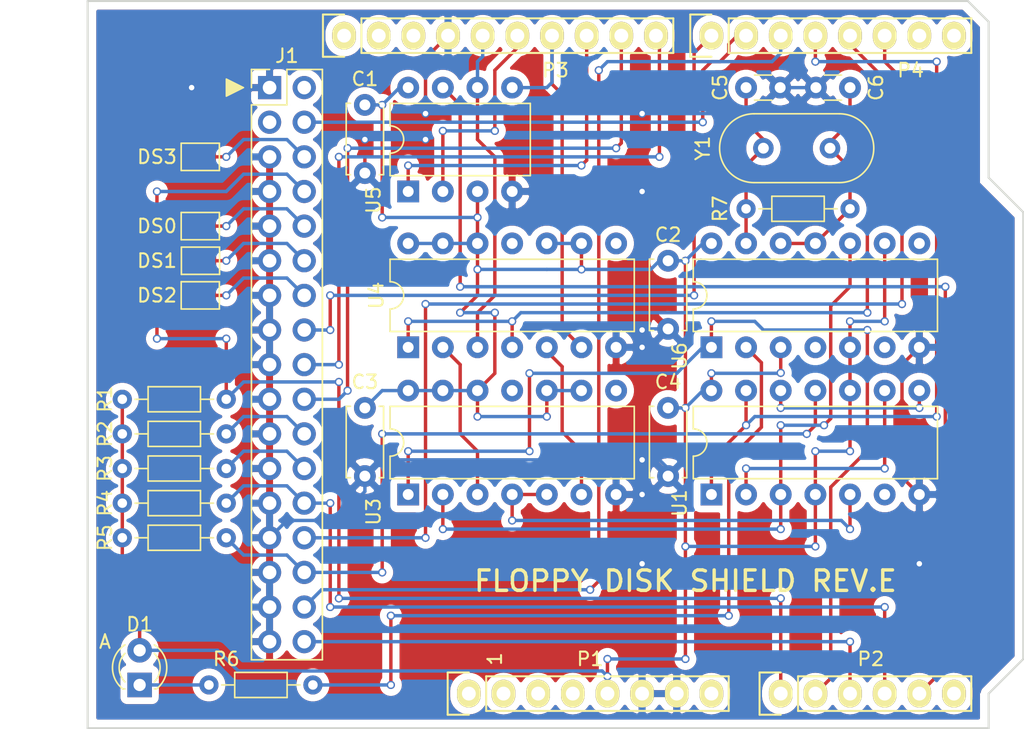
<source format=kicad_pcb>
(kicad_pcb (version 20171130) (host pcbnew "(5.1.6)-1")
  (title_block (date "lun. 30 mars 2015"))
  (layers (0 F.Cu signal) (31 B.Cu signal) (34 B.Paste user) (35 F.Paste user) (36 B.SilkS user) (37 F.SilkS user) (38 B.Mask user) (39 F.Mask user) (44 Edge.Cuts user))
  (net 0 "")
  (net 1 GND)
  (net 2 "Net-(D1-Pad1)")
  (net 3 +5V)
  (net 4 /A0)
  (net 5 /A1)
  (net 6 /A2)
  (net 7 /A3)
  (net 8 "/13(SCK)")
  (net 9 "/12(MISO)")
  (net 10 "/11(**/MOSI)")
  (net 11 "/10(**/SS)")
  (net 12 "/9(**)")
  (net 13 /8)
  (net 14 /7)
  (net 15 "/6(**)")
  (net 16 "/5(**)")
  (net 17 /4)
  (net 18 "/3(**)")
  (net 19 /2)
  (net 20 /WD)
  (net 21 /WG)
  (net 22 /RD)
  (net 23 "Net-(R6-Pad2)")
  (net 24 "Net-(U1-Pad12)")
  (net 25 "Net-(U1-Pad2)")
  (net 26 "Net-(U3-Pad6)")
  (net 27 "Net-(U3-Pad3)")
  (net 28 /DS3)
  (net 29 /DS0)
  (net 30 /DS1)
  (net 31 /DS2)
  (net 32 "Net-(C5-Pad1)")
  (net 33 "Net-(C6-Pad1)")
  (net 34 /A4)
  (net 35 /CAP_CLK)
  (net 36 "Net-(U1-Pad5)")
  (module Resistor_THT:R_Axial_DIN0204_L3.6mm_D1.6mm_P7.62mm_Horizontal (layer F.Cu) (at 113.538 109.855)
    (fp_text reference R4 (at -1.27 0 90) (layer F.SilkS))
    (fp_text value 150)
    (pad 2 thru_hole oval (at 7.62 0) (size 1.4 1.4) (drill 0.7) (layers *.Cu *.Mask) (net 7 /A3))
    (pad 1 thru_hole circle (at 0 0) (size 1.4 1.4) (drill 0.7) (layers *.Cu *.Mask) (net 3 +5V))
  )
  (module Package_DIP:DIP-14_W7.62mm (layer F.Cu) (at 156.718 98.425 90)
    (fp_text reference U6 (at -0.635 -2.33 90) (layer F.SilkS))
    (fp_text value 74HCU04)
    (pad 14 thru_hole oval (at 7.62 0 90) (size 1.6 1.6) (drill 0.8) (layers *.Cu *.Mask) (net 3 +5V))
    (pad 7 thru_hole oval (at 0 15.24 90) (size 1.6 1.6) (drill 0.8) (layers *.Cu *.Mask) (net 1 GND))
    (pad 13 thru_hole oval (at 7.62 2.54 90) (size 1.6 1.6) (drill 0.8) (layers *.Cu *.Mask) (net 32 "Net-(C5-Pad1)"))
    (pad 6 thru_hole oval (at 0 12.7 90) (size 1.6 1.6) (drill 0.8) (layers *.Cu *.Mask))
    (pad 12 thru_hole oval (at 7.62 5.08 90) (size 1.6 1.6) (drill 0.8) (layers *.Cu *.Mask) (net 33 "Net-(C6-Pad1)"))
    (pad 5 thru_hole oval (at 0 10.16 90) (size 1.6 1.6) (drill 0.8) (layers *.Cu *.Mask) (net 3 +5V))
    (pad 11 thru_hole oval (at 7.62 7.62 90) (size 1.6 1.6) (drill 0.8) (layers *.Cu *.Mask) (net 33 "Net-(C6-Pad1)"))
    (pad 4 thru_hole oval (at 0 7.62 90) (size 1.6 1.6) (drill 0.8) (layers *.Cu *.Mask))
    (pad 10 thru_hole oval (at 7.62 10.16 90) (size 1.6 1.6) (drill 0.8) (layers *.Cu *.Mask) (net 35 /CAP_CLK))
    (pad 3 thru_hole oval (at 0 5.08 90) (size 1.6 1.6) (drill 0.8) (layers *.Cu *.Mask) (net 3 +5V))
    (pad 9 thru_hole oval (at 7.62 12.7 90) (size 1.6 1.6) (drill 0.8) (layers *.Cu *.Mask) (net 3 +5V))
    (pad 2 thru_hole oval (at 0 2.54 90) (size 1.6 1.6) (drill 0.8) (layers *.Cu *.Mask) (net 23 "Net-(R6-Pad2)"))
    (pad 8 thru_hole oval (at 7.62 15.24 90) (size 1.6 1.6) (drill 0.8) (layers *.Cu *.Mask))
    (pad 1 thru_hole rect (at 0 0 90) (size 1.6 1.6) (drill 0.8) (layers *.Cu *.Mask) (net 5 /A1))
  )
  (module Package_DIP:DIP-8_W7.62mm (layer F.Cu) (at 134.493 86.995 90)
    (fp_text reference U5 (at -0.635 -2.54 90) (layer F.SilkS))
    (fp_text value 23LCxxx)
    (pad 8 thru_hole oval (at 7.62 0 90) (size 1.6 1.6) (drill 0.8) (layers *.Cu *.Mask) (net 3 +5V))
    (pad 4 thru_hole oval (at 0 7.62 90) (size 1.6 1.6) (drill 0.8) (layers *.Cu *.Mask) (net 1 GND))
    (pad 7 thru_hole oval (at 7.62 2.54 90) (size 1.6 1.6) (drill 0.8) (layers *.Cu *.Mask) (net 34 /A4))
    (pad 3 thru_hole oval (at 0 5.08 90) (size 1.6 1.6) (drill 0.8) (layers *.Cu *.Mask) (net 3 +5V))
    (pad 6 thru_hole oval (at 7.62 5.08 90) (size 1.6 1.6) (drill 0.8) (layers *.Cu *.Mask) (net 8 "/13(SCK)"))
    (pad 2 thru_hole oval (at 0 2.54 90) (size 1.6 1.6) (drill 0.8) (layers *.Cu *.Mask) (net 9 "/12(MISO)"))
    (pad 5 thru_hole oval (at 7.62 7.62 90) (size 1.6 1.6) (drill 0.8) (layers *.Cu *.Mask) (net 10 "/11(**/MOSI)"))
    (pad 1 thru_hole rect (at 0 0 90) (size 1.6 1.6) (drill 0.8) (layers *.Cu *.Mask) (net 11 "/10(**/SS)"))
  )
  (module Package_DIP:DIP-14_W7.62mm (layer F.Cu) (at 134.493 98.425 90)
    (fp_text reference U4 (at 3.81 -2.33 90) (layer F.SilkS))
    (fp_text value 74LS125)
    (pad 14 thru_hole oval (at 7.62 0 90) (size 1.6 1.6) (drill 0.8) (layers *.Cu *.Mask) (net 3 +5V))
    (pad 7 thru_hole oval (at 0 15.24 90) (size 1.6 1.6) (drill 0.8) (layers *.Cu *.Mask) (net 1 GND))
    (pad 13 thru_hole oval (at 7.62 2.54 90) (size 1.6 1.6) (drill 0.8) (layers *.Cu *.Mask) (net 3 +5V))
    (pad 6 thru_hole oval (at 0 12.7 90) (size 1.6 1.6) (drill 0.8) (layers *.Cu *.Mask) (net 10 "/11(**/MOSI)"))
    (pad 12 thru_hole oval (at 7.62 5.08 90) (size 1.6 1.6) (drill 0.8) (layers *.Cu *.Mask) (net 3 +5V))
    (pad 5 thru_hole oval (at 0 10.16 90) (size 1.6 1.6) (drill 0.8) (layers *.Cu *.Mask) (net 26 "Net-(U3-Pad6)"))
    (pad 11 thru_hole oval (at 7.62 7.62 90) (size 1.6 1.6) (drill 0.8) (layers *.Cu *.Mask))
    (pad 4 thru_hole oval (at 0 7.62 90) (size 1.6 1.6) (drill 0.8) (layers *.Cu *.Mask) (net 18 "/3(**)"))
    (pad 10 thru_hole oval (at 7.62 10.16 90) (size 1.6 1.6) (drill 0.8) (layers *.Cu *.Mask) (net 3 +5V))
    (pad 3 thru_hole oval (at 0 5.08 90) (size 1.6 1.6) (drill 0.8) (layers *.Cu *.Mask) (net 8 "/13(SCK)"))
    (pad 9 thru_hole oval (at 7.62 12.7 90) (size 1.6 1.6) (drill 0.8) (layers *.Cu *.Mask) (net 3 +5V))
    (pad 2 thru_hole oval (at 0 2.54 90) (size 1.6 1.6) (drill 0.8) (layers *.Cu *.Mask) (net 27 "Net-(U3-Pad3)"))
    (pad 8 thru_hole oval (at 7.62 15.24 90) (size 1.6 1.6) (drill 0.8) (layers *.Cu *.Mask))
    (pad 1 thru_hole rect (at 0 0 90) (size 1.6 1.6) (drill 0.8) (layers *.Cu *.Mask) (net 18 "/3(**)"))
  )
  (module Package_DIP:DIP-14_W7.62mm (layer F.Cu) (at 134.493 109.22 90)
    (fp_text reference U3 (at -1.27 -2.54 90) (layer F.SilkS))
    (fp_text value 74LS08)
    (pad 14 thru_hole oval (at 7.62 0 90) (size 1.6 1.6) (drill 0.8) (layers *.Cu *.Mask) (net 3 +5V))
    (pad 7 thru_hole oval (at 0 15.24 90) (size 1.6 1.6) (drill 0.8) (layers *.Cu *.Mask) (net 1 GND))
    (pad 13 thru_hole oval (at 7.62 2.54 90) (size 1.6 1.6) (drill 0.8) (layers *.Cu *.Mask) (net 3 +5V))
    (pad 6 thru_hole oval (at 0 12.7 90) (size 1.6 1.6) (drill 0.8) (layers *.Cu *.Mask) (net 26 "Net-(U3-Pad6)"))
    (pad 12 thru_hole oval (at 7.62 5.08 90) (size 1.6 1.6) (drill 0.8) (layers *.Cu *.Mask) (net 3 +5V))
    (pad 5 thru_hole oval (at 0 10.16 90) (size 1.6 1.6) (drill 0.8) (layers *.Cu *.Mask) (net 36 "Net-(U1-Pad5)"))
    (pad 11 thru_hole oval (at 7.62 7.62 90) (size 1.6 1.6) (drill 0.8) (layers *.Cu *.Mask))
    (pad 4 thru_hole oval (at 0 7.62 90) (size 1.6 1.6) (drill 0.8) (layers *.Cu *.Mask) (net 36 "Net-(U1-Pad5)"))
    (pad 10 thru_hole oval (at 7.62 10.16 90) (size 1.6 1.6) (drill 0.8) (layers *.Cu *.Mask) (net 3 +5V))
    (pad 3 thru_hole oval (at 0 5.08 90) (size 1.6 1.6) (drill 0.8) (layers *.Cu *.Mask) (net 27 "Net-(U3-Pad3)"))
    (pad 9 thru_hole oval (at 7.62 12.7 90) (size 1.6 1.6) (drill 0.8) (layers *.Cu *.Mask) (net 3 +5V))
    (pad 2 thru_hole oval (at 0 2.54 90) (size 1.6 1.6) (drill 0.8) (layers *.Cu *.Mask) (net 35 /CAP_CLK))
    (pad 8 thru_hole oval (at 7.62 15.24 90) (size 1.6 1.6) (drill 0.8) (layers *.Cu *.Mask))
    (pad 1 thru_hole rect (at 0 0 90) (size 1.6 1.6) (drill 0.8) (layers *.Cu *.Mask) (net 5 /A1))
  )
  (module Package_DIP:DIP-14_W7.62mm (layer F.Cu) (at 156.718 109.22 90)
    (fp_text reference U1 (at -0.635 -2.33 90) (layer F.SilkS))
    (fp_text value 74LS74)
    (pad 14 thru_hole oval (at 7.62 0 90) (size 1.6 1.6) (drill 0.8) (layers *.Cu *.Mask) (net 3 +5V))
    (pad 7 thru_hole oval (at 0 15.24 90) (size 1.6 1.6) (drill 0.8) (layers *.Cu *.Mask) (net 1 GND))
    (pad 13 thru_hole oval (at 7.62 2.54 90) (size 1.6 1.6) (drill 0.8) (layers *.Cu *.Mask) (net 17 /4))
    (pad 6 thru_hole oval (at 0 12.7 90) (size 1.6 1.6) (drill 0.8) (layers *.Cu *.Mask))
    (pad 12 thru_hole oval (at 7.62 5.08 90) (size 1.6 1.6) (drill 0.8) (layers *.Cu *.Mask) (net 24 "Net-(U1-Pad12)"))
    (pad 5 thru_hole oval (at 0 10.16 90) (size 1.6 1.6) (drill 0.8) (layers *.Cu *.Mask) (net 36 "Net-(U1-Pad5)"))
    (pad 11 thru_hole oval (at 7.62 7.62 90) (size 1.6 1.6) (drill 0.8) (layers *.Cu *.Mask) (net 22 /RD))
    (pad 4 thru_hole oval (at 0 7.62 90) (size 1.6 1.6) (drill 0.8) (layers *.Cu *.Mask) (net 3 +5V))
    (pad 10 thru_hole oval (at 7.62 10.16 90) (size 1.6 1.6) (drill 0.8) (layers *.Cu *.Mask) (net 3 +5V))
    (pad 3 thru_hole oval (at 0 5.08 90) (size 1.6 1.6) (drill 0.8) (layers *.Cu *.Mask) (net 35 /CAP_CLK))
    (pad 9 thru_hole oval (at 7.62 12.7 90) (size 1.6 1.6) (drill 0.8) (layers *.Cu *.Mask) (net 25 "Net-(U1-Pad2)"))
    (pad 2 thru_hole oval (at 0 2.54 90) (size 1.6 1.6) (drill 0.8) (layers *.Cu *.Mask) (net 25 "Net-(U1-Pad2)"))
    (pad 8 thru_hole oval (at 7.62 15.24 90) (size 1.6 1.6) (drill 0.8) (layers *.Cu *.Mask) (net 24 "Net-(U1-Pad12)"))
    (pad 1 thru_hole rect (at 0 0 90) (size 1.6 1.6) (drill 0.8) (layers *.Cu *.Mask) (net 17 /4))
  )
  (module Resistor_THT:R_Axial_DIN0204_L3.6mm_D1.6mm_P7.62mm_Horizontal (layer F.Cu) (at 166.878 88.265 180)
    (fp_text reference R7 (at 9.525 0 90) (layer F.SilkS))
    (fp_text value 1M)
    (pad 2 thru_hole oval (at 7.62 0 180) (size 1.4 1.4) (drill 0.7) (layers *.Cu *.Mask) (net 32 "Net-(C5-Pad1)"))
    (pad 1 thru_hole circle (at 0 0 180) (size 1.4 1.4) (drill 0.7) (layers *.Cu *.Mask) (net 33 "Net-(C6-Pad1)"))
  )
  (module Resistor_THT:R_Axial_DIN0204_L3.6mm_D1.6mm_P7.62mm_Horizontal (layer F.Cu) (at 119.888 123.19)
    (fp_text reference R6 (at 1.27 -1.905) (layer F.SilkS))
    (fp_text value 470)
    (pad 2 thru_hole oval (at 7.62 0) (size 1.4 1.4) (drill 0.7) (layers *.Cu *.Mask) (net 23 "Net-(R6-Pad2)"))
    (pad 1 thru_hole circle (at 0 0) (size 1.4 1.4) (drill 0.7) (layers *.Cu *.Mask) (net 2 "Net-(D1-Pad1)"))
  )
  (module Resistor_THT:R_Axial_DIN0204_L3.6mm_D1.6mm_P7.62mm_Horizontal (layer F.Cu) (at 113.538 112.395)
    (fp_text reference R5 (at -1.27 0 90) (layer F.SilkS))
    (fp_text value 150)
    (pad 2 thru_hole oval (at 7.62 0) (size 1.4 1.4) (drill 0.7) (layers *.Cu *.Mask) (net 22 /RD))
    (pad 1 thru_hole circle (at 0 0) (size 1.4 1.4) (drill 0.7) (layers *.Cu *.Mask) (net 3 +5V))
  )
  (module Resistor_THT:R_Axial_DIN0204_L3.6mm_D1.6mm_P7.62mm_Horizontal (layer F.Cu) (at 113.538 107.315)
    (fp_text reference R3 (at -1.27 0 90) (layer F.SilkS))
    (fp_text value 150)
    (pad 2 thru_hole oval (at 7.62 0) (size 1.4 1.4) (drill 0.7) (layers *.Cu *.Mask) (net 21 /WG))
    (pad 1 thru_hole circle (at 0 0) (size 1.4 1.4) (drill 0.7) (layers *.Cu *.Mask) (net 3 +5V))
  )
  (module Resistor_THT:R_Axial_DIN0204_L3.6mm_D1.6mm_P7.62mm_Horizontal (layer F.Cu) (at 113.538 104.775)
    (fp_text reference R2 (at -1.27 0 90) (layer F.SilkS))
    (fp_text value 150)
    (pad 2 thru_hole oval (at 7.62 0) (size 1.4 1.4) (drill 0.7) (layers *.Cu *.Mask) (net 20 /WD))
    (pad 1 thru_hole circle (at 0 0) (size 1.4 1.4) (drill 0.7) (layers *.Cu *.Mask) (net 3 +5V))
  )
  (module Resistor_THT:R_Axial_DIN0204_L3.6mm_D1.6mm_P7.62mm_Horizontal (layer F.Cu) (at 113.538 102.235)
    (fp_text reference R1 (at -1.27 0 90) (layer F.SilkS))
    (fp_text value 150)
    (pad 2 thru_hole oval (at 7.62 0) (size 1.4 1.4) (drill 0.7) (layers *.Cu *.Mask) (net 4 /A0))
    (pad 1 thru_hole circle (at 0 0) (size 1.4 1.4) (drill 0.7) (layers *.Cu *.Mask) (net 3 +5V))
  )
  (module Capacitor_THT:C_Disc_D3.0mm_W1.6mm_P2.50mm (layer F.Cu) (at 166.878 79.375 180)
    (fp_text reference C6 (at -1.905 0 90) (layer F.SilkS))
    (fp_text value 22p)
    (pad 2 thru_hole circle (at 2.5 0 180) (size 1.6 1.6) (drill 0.8) (layers *.Cu *.Mask) (net 1 GND))
    (pad 1 thru_hole circle (at 0 0 180) (size 1.6 1.6) (drill 0.8) (layers *.Cu *.Mask) (net 33 "Net-(C6-Pad1)"))
  )
  (module Capacitor_THT:C_Disc_D3.0mm_W1.6mm_P2.50mm (layer F.Cu) (at 159.258 79.375)
    (fp_text reference C5 (at -1.905 0 90) (layer F.SilkS))
    (fp_text value 22p)
    (pad 2 thru_hole circle (at 2.5 0) (size 1.6 1.6) (drill 0.8) (layers *.Cu *.Mask) (net 1 GND))
    (pad 1 thru_hole circle (at 0 0) (size 1.6 1.6) (drill 0.8) (layers *.Cu *.Mask) (net 32 "Net-(C5-Pad1)"))
  )
  (module Capacitor_THT:C_Disc_D5.0mm_W2.5mm_P5.00mm (layer F.Cu) (at 153.543 102.87 270)
    (fp_text reference C4 (at -1.905 0 180) (layer F.SilkS))
    (fp_text value 0.1u)
    (pad 2 thru_hole circle (at 5 0 270) (size 1.6 1.6) (drill 0.8) (layers *.Cu *.Mask) (net 1 GND))
    (pad 1 thru_hole circle (at 0 0 270) (size 1.6 1.6) (drill 0.8) (layers *.Cu *.Mask) (net 3 +5V))
  )
  (module Capacitor_THT:C_Disc_D5.0mm_W2.5mm_P5.00mm (layer F.Cu) (at 131.318 102.87 270)
    (fp_text reference C3 (at -1.905 0 180) (layer F.SilkS))
    (fp_text value 0.1u)
    (pad 2 thru_hole circle (at 5 0 270) (size 1.6 1.6) (drill 0.8) (layers *.Cu *.Mask) (net 1 GND))
    (pad 1 thru_hole circle (at 0 0 270) (size 1.6 1.6) (drill 0.8) (layers *.Cu *.Mask) (net 3 +5V))
  )
  (module Capacitor_THT:C_Disc_D5.0mm_W2.5mm_P5.00mm (layer F.Cu) (at 153.543 92.075 270)
    (fp_text reference C2 (at -1.905 0 180) (layer F.SilkS))
    (fp_text value 0.1u)
    (pad 2 thru_hole circle (at 5 0 270) (size 1.6 1.6) (drill 0.8) (layers *.Cu *.Mask) (net 1 GND))
    (pad 1 thru_hole circle (at 0 0 270) (size 1.6 1.6) (drill 0.8) (layers *.Cu *.Mask) (net 3 +5V))
  )
  (module Capacitor_THT:C_Disc_D5.0mm_W2.5mm_P5.00mm (layer F.Cu) (at 131.318 80.645 270)
    (fp_text reference C1 (at -1.905 0 180) (layer F.SilkS))
    (fp_text value 0.1u)
    (pad 2 thru_hole circle (at 5 0 270) (size 1.6 1.6) (drill 0.8) (layers *.Cu *.Mask) (net 1 GND))
    (pad 1 thru_hole circle (at 0 0 270) (size 1.6 1.6) (drill 0.8) (layers *.Cu *.Mask) (net 3 +5V))
  )
  (module Jumper:SolderJumper-2_P1.3mm_Bridged_Pad1.0x1.5mm (layer F.Cu) (at 119.253 89.535 180)
    (fp_text reference DS0 (at 3.175 0) (layer F.SilkS))
    (fp_text value SolderJumper_2_Bridged)
    (fp_poly (pts (xy -0.25 -0.3) (xy 0.25 -0.3) (xy 0.25 0.3) (xy -0.25 0.3)) (layer F.Cu) (width 0))
    (pad 2 smd rect (at 0.65 0 180) (size 1 1.5) (layers F.Cu F.Mask) (net 1 GND))
    (pad 1 smd rect (at -0.65 0 180) (size 1 1.5) (layers F.Cu F.Mask) (net 29 /DS0))
  )
  (module Connector_PinHeader_2.54mm:PinHeader_2x17_P2.54mm_Vertical (layer F.Cu) (at 124.333 79.375)
    (fp_text reference J1 (at 1.27 -2.33) (layer F.SilkS))
    (fp_text value Conn_02x17_Odd_Even)
    (pad 34 thru_hole oval (at 2.54 40.64) (size 1.7 1.7) (drill 1) (layers *.Cu *.Mask) (net 6 /A2))
    (pad 33 thru_hole oval (at 0 40.64) (size 1.7 1.7) (drill 1) (layers *.Cu *.Mask) (net 1 GND))
    (pad 32 thru_hole oval (at 2.54 38.1) (size 1.7 1.7) (drill 1) (layers *.Cu *.Mask) (net 16 "/5(**)"))
    (pad 31 thru_hole oval (at 0 38.1) (size 1.7 1.7) (drill 1) (layers *.Cu *.Mask) (net 1 GND))
    (pad 30 thru_hole oval (at 2.54 35.56) (size 1.7 1.7) (drill 1) (layers *.Cu *.Mask) (net 22 /RD))
    (pad 29 thru_hole oval (at 0 35.56) (size 1.7 1.7) (drill 1) (layers *.Cu *.Mask) (net 1 GND))
    (pad 28 thru_hole oval (at 2.54 33.02) (size 1.7 1.7) (drill 1) (layers *.Cu *.Mask) (net 19 /2))
    (pad 27 thru_hole oval (at 0 33.02) (size 1.7 1.7) (drill 1) (layers *.Cu *.Mask) (net 1 GND))
    (pad 26 thru_hole oval (at 2.54 30.48) (size 1.7 1.7) (drill 1) (layers *.Cu *.Mask) (net 7 /A3))
    (pad 25 thru_hole oval (at 0 30.48) (size 1.7 1.7) (drill 1) (layers *.Cu *.Mask) (net 1 GND))
    (pad 24 thru_hole oval (at 2.54 27.94) (size 1.7 1.7) (drill 1) (layers *.Cu *.Mask) (net 21 /WG))
    (pad 23 thru_hole oval (at 0 27.94) (size 1.7 1.7) (drill 1) (layers *.Cu *.Mask) (net 1 GND))
    (pad 22 thru_hole oval (at 2.54 25.4) (size 1.7 1.7) (drill 1) (layers *.Cu *.Mask) (net 20 /WD))
    (pad 21 thru_hole oval (at 0 25.4) (size 1.7 1.7) (drill 1) (layers *.Cu *.Mask) (net 1 GND))
    (pad 20 thru_hole oval (at 2.54 22.86) (size 1.7 1.7) (drill 1) (layers *.Cu *.Mask) (net 12 "/9(**)"))
    (pad 19 thru_hole oval (at 0 22.86) (size 1.7 1.7) (drill 1) (layers *.Cu *.Mask) (net 1 GND))
    (pad 18 thru_hole oval (at 2.54 20.32) (size 1.7 1.7) (drill 1) (layers *.Cu *.Mask) (net 13 /8))
    (pad 17 thru_hole oval (at 0 20.32) (size 1.7 1.7) (drill 1) (layers *.Cu *.Mask) (net 1 GND))
    (pad 16 thru_hole oval (at 2.54 17.78) (size 1.7 1.7) (drill 1) (layers *.Cu *.Mask) (net 14 /7))
    (pad 15 thru_hole oval (at 0 17.78) (size 1.7 1.7) (drill 1) (layers *.Cu *.Mask) (net 1 GND))
    (pad 14 thru_hole oval (at 2.54 15.24) (size 1.7 1.7) (drill 1) (layers *.Cu *.Mask) (net 31 /DS2))
    (pad 13 thru_hole oval (at 0 15.24) (size 1.7 1.7) (drill 1) (layers *.Cu *.Mask) (net 1 GND))
    (pad 12 thru_hole oval (at 2.54 12.7) (size 1.7 1.7) (drill 1) (layers *.Cu *.Mask) (net 30 /DS1))
    (pad 11 thru_hole oval (at 0 12.7) (size 1.7 1.7) (drill 1) (layers *.Cu *.Mask) (net 1 GND))
    (pad 10 thru_hole oval (at 2.54 10.16) (size 1.7 1.7) (drill 1) (layers *.Cu *.Mask) (net 29 /DS0))
    (pad 9 thru_hole oval (at 0 10.16) (size 1.7 1.7) (drill 1) (layers *.Cu *.Mask) (net 1 GND))
    (pad 8 thru_hole oval (at 2.54 7.62) (size 1.7 1.7) (drill 1) (layers *.Cu *.Mask) (net 4 /A0))
    (pad 7 thru_hole oval (at 0 7.62) (size 1.7 1.7) (drill 1) (layers *.Cu *.Mask) (net 1 GND))
    (pad 6 thru_hole oval (at 2.54 5.08) (size 1.7 1.7) (drill 1) (layers *.Cu *.Mask) (net 28 /DS3))
    (pad 5 thru_hole oval (at 0 5.08) (size 1.7 1.7) (drill 1) (layers *.Cu *.Mask) (net 1 GND))
    (pad 4 thru_hole oval (at 2.54 2.54) (size 1.7 1.7) (drill 1) (layers *.Cu *.Mask) (net 15 "/6(**)"))
    (pad 3 thru_hole oval (at 0 2.54) (size 1.7 1.7) (drill 1) (layers *.Cu *.Mask))
    (pad 2 thru_hole oval (at 2.54 0) (size 1.7 1.7) (drill 1) (layers *.Cu *.Mask))
    (pad 1 thru_hole rect (at 0 0) (size 1.7 1.7) (drill 1) (layers *.Cu *.Mask) (net 1 GND))
  )
  (module Jumper:SolderJumper-2_P1.3mm_Open_Pad1.0x1.5mm (layer F.Cu) (at 119.253 94.615 180)
    (fp_text reference DS2 (at 3.175 0) (layer F.SilkS))
    (fp_text value SolderJumper_2_Open)
    (pad 1 smd rect (at -0.65 0 180) (size 1 1.5) (layers F.Cu F.Mask) (net 31 /DS2))
    (pad 2 smd rect (at 0.65 0 180) (size 1 1.5) (layers F.Cu F.Mask) (net 1 GND))
  )
  (module LED_THT:LED_D3.0mm (layer F.Cu) (at 114.808 123.19 90)
    (fp_text reference D1 (at 4.445 0 180) (layer F.SilkS))
    (fp_text value LED)
    (pad 2 thru_hole circle (at 2.54 0 90) (size 1.8 1.8) (drill 0.9) (layers *.Cu *.Mask) (net 3 +5V))
    (pad 1 thru_hole rect (at 0 0 90) (size 1.8 1.8) (drill 0.9) (layers *.Cu *.Mask) (net 2 "Net-(D1-Pad1)"))
  )
  (module Jumper:SolderJumper-2_P1.3mm_Open_Pad1.0x1.5mm (layer F.Cu) (at 119.253 84.455 180)
    (fp_text reference DS3 (at 3.175 0) (layer F.SilkS))
    (fp_text value SolderJumper_2_Open)
    (pad 1 smd rect (at -0.65 0 180) (size 1 1.5) (layers F.Cu F.Mask) (net 28 /DS3))
    (pad 2 smd rect (at 0.65 0 180) (size 1 1.5) (layers F.Cu F.Mask) (net 1 GND))
  )
  (module Jumper:SolderJumper-2_P1.3mm_Open_Pad1.0x1.5mm (layer F.Cu) (at 119.268 92.075 180)
    (fp_text reference DS1 (at 3.19 0) (layer F.SilkS))
    (fp_text value SolderJumper_2_Open)
    (pad 1 smd rect (at -0.65 0 180) (size 1 1.5) (layers F.Cu F.Mask) (net 30 /DS1))
    (pad 2 smd rect (at 0.65 0 180) (size 1 1.5) (layers F.Cu F.Mask) (net 1 GND))
  )
  (module Crystal:Crystal_HC49-U_Vertical (layer F.Cu) (at 160.528 83.82)
    (fp_text reference Y1 (at -4.445 0 90) (layer F.SilkS))
    (fp_text value Crystal)
    (pad 2 thru_hole circle (at 4.88 0) (size 1.5 1.5) (drill 0.8) (layers *.Cu *.Mask) (net 33 "Net-(C6-Pad1)"))
    (pad 1 thru_hole circle (at 0 0) (size 1.5 1.5) (drill 0.8) (layers *.Cu *.Mask) (net 32 "Net-(C5-Pad1)"))
  )
  (module Socket_Arduino_Uno:Socket_Strip_Arduino_1x08 (layer F.Cu) (at 138.938 123.825)
    (fp_text reference P1 (at 8.89 -2.54) (layer F.SilkS))
    (fp_text value Power)
    (pad 1 thru_hole oval (at 0 0) (size 1.7272 2.032) (drill 1.016) (layers *.Cu *.Mask F.SilkS))
    (pad 2 thru_hole oval (at 2.54 0) (size 1.7272 2.032) (drill 1.016) (layers *.Cu *.Mask F.SilkS))
    (pad 3 thru_hole oval (at 5.08 0) (size 1.7272 2.032) (drill 1.016) (layers *.Cu *.Mask F.SilkS))
    (pad 4 thru_hole oval (at 7.62 0) (size 1.7272 2.032) (drill 1.016) (layers *.Cu *.Mask F.SilkS))
    (pad 5 thru_hole oval (at 10.16 0) (size 1.7272 2.032) (drill 1.016) (layers *.Cu *.Mask F.SilkS) (net 3 +5V))
    (pad 6 thru_hole oval (at 12.7 0) (size 1.7272 2.032) (drill 1.016) (layers *.Cu *.Mask F.SilkS) (net 1 GND))
    (pad 7 thru_hole oval (at 15.24 0) (size 1.7272 2.032) (drill 1.016) (layers *.Cu *.Mask F.SilkS) (net 1 GND))
    (pad 8 thru_hole oval (at 17.78 0) (size 1.7272 2.032) (drill 1.016) (layers *.Cu *.Mask F.SilkS))
  )
  (module Socket_Arduino_Uno:Socket_Strip_Arduino_1x06 (layer F.Cu) (at 161.798 123.825)
    (fp_text reference P2 (at 6.604 -2.54) (layer F.SilkS))
    (fp_text value Analog)
    (pad 1 thru_hole oval (at 0 0) (size 1.7272 2.032) (drill 1.016) (layers *.Cu *.Mask F.SilkS) (net 4 /A0))
    (pad 2 thru_hole oval (at 2.54 0) (size 1.7272 2.032) (drill 1.016) (layers *.Cu *.Mask F.SilkS) (net 5 /A1))
    (pad 3 thru_hole oval (at 5.08 0) (size 1.7272 2.032) (drill 1.016) (layers *.Cu *.Mask F.SilkS) (net 6 /A2))
    (pad 4 thru_hole oval (at 7.62 0) (size 1.7272 2.032) (drill 1.016) (layers *.Cu *.Mask F.SilkS) (net 7 /A3))
    (pad 5 thru_hole oval (at 10.16 0) (size 1.7272 2.032) (drill 1.016) (layers *.Cu *.Mask F.SilkS) (net 34 /A4))
    (pad 6 thru_hole oval (at 12.7 0) (size 1.7272 2.032) (drill 1.016) (layers *.Cu *.Mask F.SilkS))
  )
  (module Socket_Arduino_Uno:Socket_Strip_Arduino_1x10 (layer F.Cu) (at 129.794 75.565)
    (fp_text reference P3 (at 15.494 2.54) (layer F.SilkS))
    (fp_text value Digital)
    (pad 1 thru_hole oval (at 0 0) (size 1.7272 2.032) (drill 1.016) (layers *.Cu *.Mask F.SilkS))
    (pad 2 thru_hole oval (at 2.54 0) (size 1.7272 2.032) (drill 1.016) (layers *.Cu *.Mask F.SilkS))
    (pad 3 thru_hole oval (at 5.08 0) (size 1.7272 2.032) (drill 1.016) (layers *.Cu *.Mask F.SilkS))
    (pad 4 thru_hole oval (at 7.62 0) (size 1.7272 2.032) (drill 1.016) (layers *.Cu *.Mask F.SilkS) (net 1 GND))
    (pad 5 thru_hole oval (at 10.16 0) (size 1.7272 2.032) (drill 1.016) (layers *.Cu *.Mask F.SilkS) (net 8 "/13(SCK)"))
    (pad 6 thru_hole oval (at 12.7 0) (size 1.7272 2.032) (drill 1.016) (layers *.Cu *.Mask F.SilkS) (net 9 "/12(MISO)"))
    (pad 7 thru_hole oval (at 15.24 0) (size 1.7272 2.032) (drill 1.016) (layers *.Cu *.Mask F.SilkS) (net 10 "/11(**/MOSI)"))
    (pad 8 thru_hole oval (at 17.78 0) (size 1.7272 2.032) (drill 1.016) (layers *.Cu *.Mask F.SilkS) (net 11 "/10(**/SS)"))
    (pad 9 thru_hole oval (at 20.32 0) (size 1.7272 2.032) (drill 1.016) (layers *.Cu *.Mask F.SilkS) (net 12 "/9(**)"))
    (pad 10 thru_hole oval (at 22.86 0) (size 1.7272 2.032) (drill 1.016) (layers *.Cu *.Mask F.SilkS) (net 13 /8))
  )
  (module Socket_Arduino_Uno:Socket_Strip_Arduino_1x08 (layer F.Cu) (at 156.718 75.565)
    (fp_text reference P4 (at 14.605 2.54) (layer F.SilkS))
    (fp_text value Digital)
    (pad 1 thru_hole oval (at 0 0) (size 1.7272 2.032) (drill 1.016) (layers *.Cu *.Mask F.SilkS) (net 14 /7))
    (pad 2 thru_hole oval (at 2.54 0) (size 1.7272 2.032) (drill 1.016) (layers *.Cu *.Mask F.SilkS) (net 15 "/6(**)"))
    (pad 3 thru_hole oval (at 5.08 0) (size 1.7272 2.032) (drill 1.016) (layers *.Cu *.Mask F.SilkS) (net 16 "/5(**)"))
    (pad 4 thru_hole oval (at 7.62 0) (size 1.7272 2.032) (drill 1.016) (layers *.Cu *.Mask F.SilkS) (net 17 /4))
    (pad 5 thru_hole oval (at 10.16 0) (size 1.7272 2.032) (drill 1.016) (layers *.Cu *.Mask F.SilkS) (net 18 "/3(**)"))
    (pad 6 thru_hole oval (at 12.7 0) (size 1.7272 2.032) (drill 1.016) (layers *.Cu *.Mask F.SilkS) (net 19 /2))
    (pad 7 thru_hole oval (at 15.24 0) (size 1.7272 2.032) (drill 1.016) (layers *.Cu *.Mask F.SilkS))
    (pad 8 thru_hole oval (at 17.78 0) (size 1.7272 2.032) (drill 1.016) (layers *.Cu *.Mask F.SilkS))
  )
  (gr_line (start 177.038 85.979) (end 177.038 74.549) (angle 90) (layer Edge.Cuts) (width 0.15))
  (gr_line (start 177.038 126.365) (end 177.038 123.825) (angle 90) (layer Edge.Cuts) (width 0.15))
  (gr_poly (pts (xy 122.428 79.375) (xy 121.158 80.01) (xy 121.158 78.74)) (layer F.SilkS) (width 0.1))
  (gr_line (start 179.578 121.285) (end 179.578 88.519) (angle 90) (layer Edge.Cuts) (width 0.15))
  (gr_line (start 110.998 126.365) (end 177.038 126.365) (angle 90) (layer Edge.Cuts) (width 0.15))
  (gr_line (start 175.514 73.025) (end 110.998 73.025) (angle 90) (layer Edge.Cuts) (width 0.15))
  (gr_line (start 177.038 123.825) (end 179.578 121.285) (angle 90) (layer Edge.Cuts) (width 0.15))
  (gr_line (start 179.578 88.519) (end 177.038 85.979) (angle 90) (layer Edge.Cuts) (width 0.15))
  (gr_line (start 110.998 73.025) (end 110.998 126.365) (angle 90) (layer Edge.Cuts) (width 0.15))
  (gr_line (start 177.038 74.549) (end 175.514 73.025) (angle 90) (layer Edge.Cuts) (width 0.15))
  (gr_text A (at 112.268 120.015) (layer F.SilkS) (effects (font (size 1 1))))
  (gr_text 1 (at 140.843 121.285 90) (layer F.SilkS) (effects (font (size 1 1))))
  (gr_text "FLOPPY DISK SHIELD REV.E" (at 154.813 115.57) (layer F.SilkS) (effects (font (size 1.5 1.5) (thickness 0.25))))
  (via (at 118.618 79.375) (size 0.6) (drill 0.4) (layers F.Cu B.Cu) (net 1))
  (segment (start 118.618 84.44) (end 118.603 84.455) (width 0.25) (layer F.Cu) (net 1))
  (segment (start 118.618 79.375) (end 118.618 84.44) (width 0.25) (layer F.Cu) (net 1))
  (segment (start 118.603 84.455) (end 118.603 89.535) (width 0.25) (layer F.Cu) (net 1))
  (segment (start 118.603 92.06) (end 118.618 92.075) (width 0.25) (layer F.Cu) (net 1))
  (segment (start 118.603 89.535) (end 118.603 92.06) (width 0.25) (layer F.Cu) (net 1))
  (segment (start 118.618 94.6) (end 118.603 94.615) (width 0.25) (layer F.Cu) (net 1))
  (segment (start 118.618 92.075) (end 118.618 94.6) (width 0.25) (layer F.Cu) (net 1))
  (via (at 151.638 109.22) (size 0.6) (drill 0.4) (layers F.Cu B.Cu) (net 1))
  (segment (start 151.638 123.825) (end 151.638 109.22) (width 0.25) (layer F.Cu) (net 1))
  (segment (start 151.638 109.22) (end 149.733 109.22) (width 0.25) (layer B.Cu) (net 1))
  (segment (start 151.638 109.22) (end 151.638 107.95) (width 0.25) (layer F.Cu) (net 1))
  (via (at 151.638 98.425) (size 0.6) (drill 0.4) (layers F.Cu B.Cu) (net 1))
  (segment (start 151.638 107.95) (end 151.638 98.425) (width 0.25) (layer F.Cu) (net 1))
  (segment (start 151.638 98.425) (end 149.733 98.425) (width 0.25) (layer B.Cu) (net 1))
  (via (at 151.638 97.155) (size 0.6) (drill 0.4) (layers F.Cu B.Cu) (net 1))
  (segment (start 153.543 97.075) (end 151.718 97.075) (width 0.25) (layer B.Cu) (net 1))
  (segment (start 151.718 97.075) (end 151.638 97.155) (width 0.25) (layer B.Cu) (net 1))
  (segment (start 151.638 97.155) (end 151.638 98.425) (width 0.25) (layer F.Cu) (net 1))
  (segment (start 153.543 107.87) (end 153.543 107.315) (width 0.25) (layer B.Cu) (net 1))
  (segment (start 153.543 107.315) (end 152.908 106.68) (width 0.25) (layer B.Cu) (net 1))
  (segment (start 132.508 106.68) (end 131.318 107.87) (width 0.25) (layer B.Cu) (net 1))
  (via (at 151.638 106.68) (size 0.6) (drill 0.4) (layers F.Cu B.Cu) (net 1))
  (segment (start 151.638 106.68) (end 132.508 106.68) (width 0.25) (layer B.Cu) (net 1))
  (segment (start 152.908 106.68) (end 151.638 106.68) (width 0.25) (layer B.Cu) (net 1))
  (segment (start 131.318 109.00137) (end 129.19437 111.125) (width 0.25) (layer B.Cu) (net 1))
  (segment (start 131.318 107.87) (end 131.318 109.00137) (width 0.25) (layer B.Cu) (net 1))
  (segment (start 125.603 111.125) (end 124.333 112.395) (width 0.25) (layer B.Cu) (net 1))
  (segment (start 129.19437 111.125) (end 125.603 111.125) (width 0.25) (layer B.Cu) (net 1))
  (segment (start 124.333 120.015) (end 124.333 109.855) (width 0.25) (layer F.Cu) (net 1))
  (segment (start 124.333 109.855) (end 124.333 99.695) (width 0.25) (layer F.Cu) (net 1))
  (segment (start 124.333 99.695) (end 124.333 84.455) (width 0.25) (layer F.Cu) (net 1))
  (segment (start 124.333 84.455) (end 123.063 84.455) (width 0.25) (layer F.Cu) (net 1))
  (segment (start 123.063 84.455) (end 122.428 83.82) (width 0.25) (layer F.Cu) (net 1))
  (segment (start 122.428 83.82) (end 122.428 80.01) (width 0.25) (layer F.Cu) (net 1))
  (segment (start 122.428 80.01) (end 123.063 79.375) (width 0.25) (layer F.Cu) (net 1))
  (segment (start 123.063 79.375) (end 124.333 79.375) (width 0.25) (layer F.Cu) (net 1))
  (segment (start 124.333 79.375) (end 118.618 79.375) (width 0.25) (layer B.Cu) (net 1))
  (via (at 151.638 86.995) (size 0.6) (drill 0.4) (layers F.Cu B.Cu) (net 1))
  (segment (start 151.638 97.155) (end 151.638 86.995) (width 0.25) (layer F.Cu) (net 1))
  (segment (start 151.638 86.995) (end 142.113 86.995) (width 0.25) (layer B.Cu) (net 1))
  (via (at 151.638 81.28) (size 0.6) (drill 0.4) (layers F.Cu B.Cu) (net 1))
  (segment (start 151.638 86.995) (end 151.638 81.28) (width 0.25) (layer F.Cu) (net 1))
  (segment (start 151.638 81.28) (end 159.853 81.28) (width 0.25) (layer B.Cu) (net 1))
  (via (at 161.758 79.375) (size 0.6) (drill 0.4) (layers F.Cu B.Cu) (net 1))
  (segment (start 159.853 81.28) (end 161.758 79.375) (width 0.25) (layer B.Cu) (net 1))
  (segment (start 161.758 79.375) (end 164.378 79.375) (width 0.25) (layer B.Cu) (net 1))
  (via (at 135.763 81.28) (size 0.6) (drill 0.4) (layers F.Cu B.Cu) (net 1))
  (segment (start 151.638 81.28) (end 135.763 81.28) (width 0.25) (layer B.Cu) (net 1))
  (segment (start 135.763 77.216) (end 137.414 75.565) (width 0.25) (layer F.Cu) (net 1))
  (segment (start 135.763 81.28) (end 135.763 77.216) (width 0.25) (layer F.Cu) (net 1))
  (via (at 131.318 83.185) (size 0.6) (drill 0.4) (layers F.Cu B.Cu) (net 1))
  (segment (start 131.318 85.645) (end 131.318 83.185) (width 0.25) (layer F.Cu) (net 1))
  (via (at 135.763 83.185) (size 0.6) (drill 0.4) (layers F.Cu B.Cu) (net 1))
  (segment (start 131.318 83.185) (end 135.763 83.185) (width 0.25) (layer B.Cu) (net 1))
  (segment (start 135.763 83.185) (end 135.763 81.28) (width 0.25) (layer F.Cu) (net 1))
  (via (at 171.958 114.3) (size 0.6) (drill 0.4) (layers F.Cu B.Cu) (net 1))
  (segment (start 171.958 109.22) (end 171.958 114.3) (width 0.25) (layer F.Cu) (net 1))
  (via (at 151.638 114.3) (size 0.6) (drill 0.4) (layers F.Cu B.Cu) (net 1))
  (segment (start 171.958 114.3) (end 151.638 114.3) (width 0.25) (layer B.Cu) (net 1))
  (segment (start 171.958 109.22) (end 170.688 107.95) (width 0.25) (layer F.Cu) (net 1))
  (segment (start 170.688 99.695) (end 171.958 98.425) (width 0.25) (layer F.Cu) (net 1))
  (segment (start 170.688 107.95) (end 170.688 99.695) (width 0.25) (layer F.Cu) (net 1))
  (segment (start 151.638 123.825) (end 154.178 123.825) (width 0.25) (layer B.Cu) (net 1))
  (segment (start 114.808 123.19) (end 119.888 123.19) (width 0.25) (layer B.Cu) (net 2))
  (segment (start 166.878 106.045) (end 166.878 101.6) (width 0.25) (layer F.Cu) (net 3))
  (via (at 166.878 106.045) (size 0.6) (drill 0.4) (layers F.Cu B.Cu) (net 3))
  (segment (start 164.338 106.045) (end 166.878 106.045) (width 0.25) (layer B.Cu) (net 3))
  (via (at 164.338 106.045) (size 0.6) (drill 0.4) (layers F.Cu B.Cu) (net 3))
  (segment (start 164.338 109.22) (end 164.338 106.045) (width 0.25) (layer F.Cu) (net 3))
  (segment (start 114.808 120.65) (end 114.808 117.475) (width 0.25) (layer F.Cu) (net 3))
  (segment (start 113.538 116.205) (end 113.538 112.395) (width 0.25) (layer F.Cu) (net 3))
  (segment (start 114.808 117.475) (end 113.538 116.205) (width 0.25) (layer F.Cu) (net 3))
  (segment (start 113.538 112.395) (end 113.538 102.235) (width 0.25) (layer F.Cu) (net 3))
  (via (at 149.098 122.555) (size 0.6) (drill 0.4) (layers F.Cu B.Cu) (net 3))
  (segment (start 149.098 123.825) (end 149.098 122.555) (width 0.25) (layer F.Cu) (net 3))
  (segment (start 148.707999 122.164999) (end 122.037999 122.164999) (width 0.25) (layer B.Cu) (net 3))
  (segment (start 149.098 122.555) (end 148.707999 122.164999) (width 0.25) (layer B.Cu) (net 3))
  (segment (start 120.523 120.65) (end 114.808 120.65) (width 0.25) (layer B.Cu) (net 3))
  (segment (start 122.037999 122.164999) (end 120.523 120.65) (width 0.25) (layer B.Cu) (net 3))
  (segment (start 153.543 92.075) (end 152.908 92.075) (width 0.25) (layer B.Cu) (net 3))
  (via (at 147.193 92.71) (size 0.6) (drill 0.4) (layers F.Cu B.Cu) (net 3))
  (segment (start 152.908 92.075) (end 152.273 92.71) (width 0.25) (layer B.Cu) (net 3))
  (segment (start 152.273 92.71) (end 147.193 92.71) (width 0.25) (layer B.Cu) (net 3))
  (segment (start 147.193 92.71) (end 147.193 90.805) (width 0.25) (layer F.Cu) (net 3))
  (segment (start 144.653 92.71) (end 147.193 92.71) (width 0.25) (layer B.Cu) (net 3))
  (via (at 139.573 92.71) (size 0.6) (drill 0.4) (layers F.Cu B.Cu) (net 3))
  (segment (start 139.573 90.805) (end 139.573 92.71) (width 0.25) (layer F.Cu) (net 3))
  (segment (start 139.573 92.71) (end 144.653 92.71) (width 0.25) (layer B.Cu) (net 3))
  (segment (start 144.653 90.805) (end 147.193 90.805) (width 0.25) (layer B.Cu) (net 3))
  (segment (start 137.033 90.805) (end 139.573 90.805) (width 0.25) (layer B.Cu) (net 3))
  (segment (start 137.033 90.805) (end 134.493 90.805) (width 0.25) (layer B.Cu) (net 3))
  (via (at 138.303 95.885) (size 0.6) (drill 0.4) (layers F.Cu B.Cu) (net 3))
  (segment (start 139.573 92.71) (end 139.573 94.615) (width 0.25) (layer F.Cu) (net 3))
  (segment (start 139.573 94.615) (end 138.303 95.885) (width 0.25) (layer F.Cu) (net 3))
  (via (at 140.843 95.885) (size 0.6) (drill 0.4) (layers F.Cu B.Cu) (net 3))
  (segment (start 138.303 95.885) (end 140.843 95.885) (width 0.25) (layer B.Cu) (net 3))
  (segment (start 140.843 100.33) (end 139.573 101.6) (width 0.25) (layer F.Cu) (net 3))
  (segment (start 140.843 95.885) (end 140.843 100.33) (width 0.25) (layer F.Cu) (net 3))
  (segment (start 139.573 101.6) (end 134.493 101.6) (width 0.25) (layer B.Cu) (net 3))
  (segment (start 132.588 101.6) (end 131.318 102.87) (width 0.25) (layer B.Cu) (net 3))
  (segment (start 134.493 101.6) (end 132.588 101.6) (width 0.25) (layer B.Cu) (net 3))
  (via (at 139.573 103.505) (size 0.6) (drill 0.4) (layers F.Cu B.Cu) (net 3))
  (segment (start 139.573 101.6) (end 139.573 103.505) (width 0.25) (layer F.Cu) (net 3))
  (via (at 144.653 103.505) (size 0.6) (drill 0.4) (layers F.Cu B.Cu) (net 3))
  (segment (start 139.573 103.505) (end 144.653 103.505) (width 0.25) (layer B.Cu) (net 3))
  (segment (start 144.653 103.505) (end 144.653 101.6) (width 0.25) (layer F.Cu) (net 3))
  (segment (start 144.653 101.6) (end 147.193 101.6) (width 0.25) (layer B.Cu) (net 3))
  (via (at 149.098 121.285) (size 0.6) (drill 0.4) (layers F.Cu B.Cu) (net 3))
  (segment (start 149.098 122.555) (end 149.098 121.285) (width 0.25) (layer F.Cu) (net 3))
  (via (at 154.813 121.285) (size 0.6) (drill 0.4) (layers F.Cu B.Cu) (net 3))
  (segment (start 149.098 121.285) (end 154.813 121.285) (width 0.25) (layer B.Cu) (net 3))
  (via (at 154.813 102.87) (size 0.6) (drill 0.4) (layers F.Cu B.Cu) (net 3))
  (segment (start 154.813 121.285) (end 154.813 102.87) (width 0.25) (layer F.Cu) (net 3))
  (segment (start 154.813 102.87) (end 153.543 102.87) (width 0.25) (layer B.Cu) (net 3))
  (segment (start 156.083 101.6) (end 156.718 101.6) (width 0.25) (layer B.Cu) (net 3))
  (segment (start 154.813 102.87) (end 156.083 101.6) (width 0.25) (layer B.Cu) (net 3))
  (via (at 154.813 92.075) (size 0.6) (drill 0.4) (layers F.Cu B.Cu) (net 3))
  (segment (start 154.813 102.87) (end 154.813 92.075) (width 0.25) (layer F.Cu) (net 3))
  (segment (start 154.813 92.075) (end 153.543 92.075) (width 0.25) (layer B.Cu) (net 3))
  (segment (start 156.083 90.805) (end 156.718 90.805) (width 0.25) (layer B.Cu) (net 3))
  (segment (start 154.813 92.075) (end 156.083 90.805) (width 0.25) (layer B.Cu) (net 3))
  (segment (start 156.718 101.6) (end 156.718 100.965) (width 0.25) (layer B.Cu) (net 3))
  (segment (start 161.798 99.06) (end 161.798 98.425) (width 0.25) (layer B.Cu) (net 3))
  (via (at 166.878 96.52) (size 0.6) (drill 0.4) (layers F.Cu B.Cu) (net 3))
  (segment (start 166.878 98.425) (end 166.878 96.52) (width 0.25) (layer F.Cu) (net 3))
  (via (at 169.418 96.52) (size 0.6) (drill 0.4) (layers F.Cu B.Cu) (net 3))
  (segment (start 166.878 96.52) (end 169.418 96.52) (width 0.25) (layer B.Cu) (net 3))
  (segment (start 169.418 96.52) (end 169.418 90.805) (width 0.25) (layer F.Cu) (net 3))
  (via (at 156.718 100.33) (size 0.6) (drill 0.4) (layers F.Cu B.Cu) (net 3))
  (segment (start 156.718 101.6) (end 156.718 100.33) (width 0.25) (layer F.Cu) (net 3))
  (via (at 161.798 100.299997) (size 0.6) (drill 0.4) (layers F.Cu B.Cu) (net 3))
  (segment (start 156.718 100.33) (end 161.767997 100.33) (width 0.25) (layer B.Cu) (net 3))
  (segment (start 161.767997 100.33) (end 161.798 100.299997) (width 0.25) (layer B.Cu) (net 3))
  (segment (start 161.798 100.299997) (end 161.798 98.425) (width 0.25) (layer F.Cu) (net 3))
  (segment (start 166.878 98.425) (end 166.878 101.6) (width 0.25) (layer F.Cu) (net 3))
  (via (at 164.338 113.03) (size 0.6) (drill 0.4) (layers F.Cu B.Cu) (net 3))
  (segment (start 164.338 109.22) (end 164.338 113.03) (width 0.25) (layer F.Cu) (net 3))
  (via (at 154.813 113.03) (size 0.6) (drill 0.4) (layers F.Cu B.Cu) (net 3))
  (segment (start 164.338 113.03) (end 154.813 113.03) (width 0.25) (layer B.Cu) (net 3))
  (via (at 139.573 88.9) (size 0.6) (drill 0.4) (layers F.Cu B.Cu) (net 3))
  (segment (start 139.573 88.9) (end 139.573 90.805) (width 0.25) (layer F.Cu) (net 3))
  (segment (start 139.573 86.995) (end 139.573 88.9) (width 0.25) (layer F.Cu) (net 3))
  (via (at 132.588 88.9) (size 0.6) (drill 0.4) (layers F.Cu B.Cu) (net 3))
  (segment (start 139.573 88.9) (end 132.588 88.9) (width 0.25) (layer B.Cu) (net 3))
  (via (at 132.588 80.645) (size 0.6) (drill 0.4) (layers F.Cu B.Cu) (net 3))
  (segment (start 132.588 88.9) (end 132.588 80.645) (width 0.25) (layer F.Cu) (net 3))
  (segment (start 132.588 80.645) (end 131.318 80.645) (width 0.25) (layer B.Cu) (net 3))
  (segment (start 133.858 79.375) (end 134.493 79.375) (width 0.25) (layer B.Cu) (net 3))
  (segment (start 132.588 80.645) (end 133.858 79.375) (width 0.25) (layer B.Cu) (net 3))
  (via (at 121.158 97.79) (size 0.6) (drill 0.4) (layers F.Cu B.Cu) (net 4))
  (segment (start 121.158 102.235) (end 121.158 97.79) (width 0.25) (layer F.Cu) (net 4))
  (via (at 116.078 97.79) (size 0.6) (drill 0.4) (layers F.Cu B.Cu) (net 4))
  (segment (start 121.158 97.79) (end 116.078 97.79) (width 0.25) (layer B.Cu) (net 4))
  (via (at 116.078 86.995) (size 0.6) (drill 0.4) (layers F.Cu B.Cu) (net 4))
  (segment (start 116.078 97.79) (end 116.078 86.995) (width 0.25) (layer F.Cu) (net 4))
  (segment (start 116.078 86.995) (end 121.158 86.995) (width 0.25) (layer B.Cu) (net 4))
  (segment (start 121.158 86.995) (end 122.428 85.725) (width 0.25) (layer B.Cu) (net 4))
  (segment (start 122.428 85.725) (end 125.603 85.725) (width 0.25) (layer B.Cu) (net 4))
  (segment (start 125.603 85.725) (end 126.873 86.995) (width 0.25) (layer B.Cu) (net 4))
  (segment (start 121.158 102.235) (end 122.428 100.965) (width 0.25) (layer B.Cu) (net 4))
  (via (at 129.413 100.965) (size 0.6) (drill 0.4) (layers F.Cu B.Cu) (net 4))
  (segment (start 122.428 100.965) (end 129.413 100.965) (width 0.25) (layer B.Cu) (net 4))
  (via (at 129.413 116.84) (size 0.6) (drill 0.4) (layers F.Cu B.Cu) (net 4))
  (segment (start 129.413 100.965) (end 129.413 116.84) (width 0.25) (layer F.Cu) (net 4))
  (via (at 161.798 116.84) (size 0.6) (drill 0.4) (layers F.Cu B.Cu) (net 4))
  (segment (start 129.413 116.84) (end 161.798 116.84) (width 0.25) (layer B.Cu) (net 4))
  (segment (start 161.798 116.84) (end 161.798 123.825) (width 0.25) (layer F.Cu) (net 4))
  (via (at 168.148 97.155) (size 0.6) (drill 0.4) (layers F.Cu B.Cu) (net 5))
  (segment (start 168.148 105.995) (end 168.148 97.155) (width 0.25) (layer F.Cu) (net 5))
  (segment (start 165.463001 108.679999) (end 168.148 105.995) (width 0.25) (layer F.Cu) (net 5))
  (segment (start 164.338 123.825) (end 165.463001 122.699999) (width 0.25) (layer F.Cu) (net 5))
  (segment (start 165.463001 122.699999) (end 165.463001 108.679999) (width 0.25) (layer F.Cu) (net 5))
  (segment (start 168.148 97.155) (end 160.528 97.155) (width 0.25) (layer B.Cu) (net 5))
  (via (at 156.718 96.52) (size 0.6) (drill 0.4) (layers F.Cu B.Cu) (net 5))
  (segment (start 160.528 97.155) (end 159.893 96.52) (width 0.25) (layer B.Cu) (net 5))
  (segment (start 159.893 96.52) (end 156.718 96.52) (width 0.25) (layer B.Cu) (net 5))
  (segment (start 156.718 96.52) (end 156.718 98.425) (width 0.25) (layer F.Cu) (net 5))
  (segment (start 156.718 98.425) (end 156.083 98.425) (width 0.25) (layer B.Cu) (net 5))
  (via (at 143.383 100.33) (size 0.6) (drill 0.4) (layers F.Cu B.Cu) (net 5))
  (segment (start 156.083 98.425) (end 154.178 100.33) (width 0.25) (layer B.Cu) (net 5))
  (segment (start 154.178 100.33) (end 143.383 100.33) (width 0.25) (layer B.Cu) (net 5))
  (via (at 143.383 106.045) (size 0.6) (drill 0.4) (layers F.Cu B.Cu) (net 5))
  (segment (start 143.383 100.33) (end 143.383 106.045) (width 0.25) (layer F.Cu) (net 5))
  (via (at 134.493 106.045) (size 0.6) (drill 0.4) (layers F.Cu B.Cu) (net 5))
  (segment (start 143.383 106.045) (end 134.493 106.045) (width 0.25) (layer B.Cu) (net 5))
  (segment (start 134.493 106.045) (end 134.493 109.22) (width 0.25) (layer F.Cu) (net 5))
  (via (at 166.878 120.015) (size 0.6) (drill 0.4) (layers F.Cu B.Cu) (net 6))
  (segment (start 126.873 120.015) (end 166.878 120.015) (width 0.25) (layer B.Cu) (net 6))
  (segment (start 166.878 120.015) (end 166.878 123.825) (width 0.25) (layer F.Cu) (net 6))
  (segment (start 121.158 109.855) (end 122.428 108.585) (width 0.25) (layer B.Cu) (net 7))
  (segment (start 122.428 108.585) (end 125.603 108.585) (width 0.25) (layer B.Cu) (net 7))
  (segment (start 125.603 108.585) (end 126.873 109.855) (width 0.25) (layer B.Cu) (net 7))
  (via (at 128.778 109.855) (size 0.6) (drill 0.4) (layers F.Cu B.Cu) (net 7))
  (segment (start 126.873 109.855) (end 128.778 109.855) (width 0.25) (layer B.Cu) (net 7))
  (via (at 128.778 117.475) (size 0.6) (drill 0.4) (layers F.Cu B.Cu) (net 7))
  (segment (start 128.778 109.855) (end 128.778 117.475) (width 0.25) (layer F.Cu) (net 7))
  (via (at 169.418 117.475) (size 0.6) (drill 0.4) (layers F.Cu B.Cu) (net 7))
  (segment (start 128.778 117.475) (end 169.418 117.475) (width 0.25) (layer B.Cu) (net 7))
  (segment (start 169.418 117.475) (end 169.418 123.825) (width 0.25) (layer F.Cu) (net 7))
  (segment (start 139.954 75.565) (end 139.954 77.089) (width 0.25) (layer B.Cu) (net 8))
  (segment (start 139.573 77.47) (end 139.573 79.375) (width 0.25) (layer B.Cu) (net 8))
  (segment (start 139.954 77.089) (end 139.573 77.47) (width 0.25) (layer B.Cu) (net 8))
  (segment (start 139.573 98.425) (end 139.573 95.885) (width 0.25) (layer F.Cu) (net 8))
  (segment (start 139.573 95.885) (end 140.843 94.615) (width 0.25) (layer F.Cu) (net 8))
  (segment (start 140.843 94.615) (end 140.843 84.455) (width 0.25) (layer F.Cu) (net 8))
  (segment (start 139.573 83.185) (end 139.573 79.375) (width 0.25) (layer F.Cu) (net 8))
  (segment (start 140.843 84.455) (end 139.573 83.185) (width 0.25) (layer F.Cu) (net 8))
  (segment (start 142.494 75.565) (end 142.494 76.454) (width 0.25) (layer F.Cu) (net 9))
  (via (at 140.843 82.55) (size 0.6) (drill 0.4) (layers F.Cu B.Cu) (net 9))
  (segment (start 142.494 76.454) (end 140.843 78.105) (width 0.25) (layer F.Cu) (net 9))
  (segment (start 140.843 78.105) (end 140.843 82.55) (width 0.25) (layer F.Cu) (net 9))
  (via (at 137.033 82.55) (size 0.6) (drill 0.4) (layers F.Cu B.Cu) (net 9))
  (segment (start 140.843 82.55) (end 137.033 82.55) (width 0.25) (layer B.Cu) (net 9))
  (segment (start 137.033 82.55) (end 137.033 86.995) (width 0.25) (layer F.Cu) (net 9))
  (segment (start 145.034 75.565) (end 145.034 78.994) (width 0.25) (layer B.Cu) (net 10))
  (segment (start 144.653 79.375) (end 142.113 79.375) (width 0.25) (layer B.Cu) (net 10))
  (segment (start 145.034 78.994) (end 144.653 79.375) (width 0.25) (layer B.Cu) (net 10))
  (segment (start 145.778001 97.010001) (end 145.778001 79.865001) (width 0.25) (layer F.Cu) (net 10))
  (segment (start 147.193 98.425) (end 145.778001 97.010001) (width 0.25) (layer F.Cu) (net 10))
  (segment (start 145.034 79.121) (end 145.034 75.565) (width 0.25) (layer F.Cu) (net 10))
  (segment (start 145.778001 79.865001) (end 145.034 79.121) (width 0.25) (layer F.Cu) (net 10))
  (via (at 134.493 85.09) (size 0.6) (drill 0.4) (layers F.Cu B.Cu) (net 11))
  (segment (start 134.493 86.995) (end 134.493 85.09) (width 0.25) (layer F.Cu) (net 11))
  (segment (start 134.493 85.09) (end 147.193 85.09) (width 0.25) (layer B.Cu) (net 11))
  (via (at 147.193 85.09) (size 0.6) (drill 0.4) (layers F.Cu B.Cu) (net 11))
  (segment (start 147.574 84.709) (end 147.193 85.09) (width 0.25) (layer F.Cu) (net 11))
  (segment (start 147.574 75.565) (end 147.574 84.709) (width 0.25) (layer F.Cu) (net 11))
  (via (at 130.048 101.6) (size 0.6) (drill 0.4) (layers F.Cu B.Cu) (net 12))
  (via (at 149.733 83.82) (size 0.6) (drill 0.4) (layers F.Cu B.Cu) (net 12))
  (via (at 130.048 83.82) (size 0.6) (drill 0.4) (layers F.Cu B.Cu) (net 12))
  (segment (start 126.873 102.235) (end 129.413 102.235) (width 0.25) (layer B.Cu) (net 12))
  (segment (start 129.413 102.235) (end 130.048 101.6) (width 0.25) (layer B.Cu) (net 12))
  (segment (start 130.048 101.6) (end 130.048 83.82) (width 0.25) (layer F.Cu) (net 12))
  (segment (start 130.048 83.82) (end 149.733 83.82) (width 0.25) (layer B.Cu) (net 12))
  (segment (start 150.114 83.439) (end 149.733 83.82) (width 0.25) (layer F.Cu) (net 12))
  (segment (start 150.114 75.565) (end 150.114 83.439) (width 0.25) (layer F.Cu) (net 12))
  (via (at 129.413 99.695) (size 0.6) (drill 0.4) (layers F.Cu B.Cu) (net 13))
  (segment (start 126.873 99.695) (end 129.413 99.695) (width 0.25) (layer B.Cu) (net 13))
  (via (at 129.413 84.455) (size 0.6) (drill 0.4) (layers F.Cu B.Cu) (net 13))
  (segment (start 129.413 99.695) (end 129.413 84.455) (width 0.25) (layer F.Cu) (net 13))
  (via (at 152.908 84.455) (size 0.6) (drill 0.4) (layers F.Cu B.Cu) (net 13))
  (segment (start 129.413 84.455) (end 152.908 84.455) (width 0.25) (layer B.Cu) (net 13))
  (segment (start 152.908 75.819) (end 152.654 75.565) (width 0.25) (layer F.Cu) (net 13))
  (segment (start 152.908 84.455) (end 152.908 75.819) (width 0.25) (layer F.Cu) (net 13))
  (via (at 128.778 97.155) (size 0.6) (drill 0.4) (layers F.Cu B.Cu) (net 14))
  (segment (start 126.873 97.155) (end 128.778 97.155) (width 0.25) (layer B.Cu) (net 14))
  (via (at 128.778 94.615) (size 0.6) (drill 0.4) (layers F.Cu B.Cu) (net 14))
  (segment (start 128.778 97.155) (end 128.778 94.615) (width 0.25) (layer F.Cu) (net 14))
  (via (at 155.448 94.615) (size 0.6) (drill 0.4) (layers F.Cu B.Cu) (net 14))
  (segment (start 128.778 94.615) (end 155.448 94.615) (width 0.25) (layer B.Cu) (net 14))
  (segment (start 155.448 76.835) (end 156.718 75.565) (width 0.25) (layer F.Cu) (net 14))
  (segment (start 155.448 94.615) (end 155.448 76.835) (width 0.25) (layer F.Cu) (net 14))
  (via (at 156.083 81.915) (size 0.6) (drill 0.4) (layers F.Cu B.Cu) (net 15))
  (segment (start 126.873 81.915) (end 156.083 81.915) (width 0.25) (layer B.Cu) (net 15))
  (segment (start 156.083 81.915) (end 156.083 78.105) (width 0.25) (layer F.Cu) (net 15))
  (segment (start 156.083 78.105) (end 156.718 77.47) (width 0.25) (layer F.Cu) (net 15))
  (segment (start 156.718 77.47) (end 157.353 77.47) (width 0.25) (layer F.Cu) (net 15))
  (segment (start 157.353 77.47) (end 157.988 76.835) (width 0.25) (layer F.Cu) (net 15))
  (segment (start 157.988 76.835) (end 157.988 76.2) (width 0.25) (layer F.Cu) (net 15))
  (segment (start 157.988 76.2) (end 158.623 75.565) (width 0.25) (layer F.Cu) (net 15))
  (segment (start 158.623 75.565) (end 159.258 75.565) (width 0.25) (layer F.Cu) (net 15))
  (segment (start 126.873 117.475) (end 128.143 116.205) (width 0.25) (layer B.Cu) (net 16))
  (via (at 147.828 116.205) (size 0.6) (drill 0.4) (layers F.Cu B.Cu) (net 16))
  (segment (start 128.143 116.205) (end 147.828 116.205) (width 0.25) (layer B.Cu) (net 16))
  (via (at 148.463 78.105) (size 0.6) (drill 0.4) (layers F.Cu B.Cu) (net 16))
  (segment (start 147.828 116.205) (end 148.463 115.57) (width 0.25) (layer F.Cu) (net 16))
  (segment (start 148.463 115.57) (end 148.463 78.105) (width 0.25) (layer F.Cu) (net 16))
  (segment (start 148.463 78.105) (end 149.098 77.47) (width 0.25) (layer B.Cu) (net 16))
  (segment (start 149.098 77.47) (end 161.163 77.47) (width 0.25) (layer B.Cu) (net 16))
  (segment (start 161.798 76.835) (end 161.798 75.565) (width 0.25) (layer B.Cu) (net 16))
  (segment (start 161.163 77.47) (end 161.798 76.835) (width 0.25) (layer B.Cu) (net 16))
  (segment (start 159.258 104.14) (end 159.258 101.6) (width 0.25) (layer F.Cu) (net 17))
  (segment (start 156.718 109.22) (end 156.718 106.68) (width 0.25) (layer F.Cu) (net 17))
  (segment (start 156.718 106.68) (end 159.258 104.14) (width 0.25) (layer F.Cu) (net 17))
  (via (at 159.258 104.14) (size 0.6) (drill 0.4) (layers F.Cu B.Cu) (net 17))
  (via (at 173.228 103.505) (size 0.6) (drill 0.4) (layers F.Cu B.Cu) (net 17))
  (segment (start 159.258 104.14) (end 159.893 103.505) (width 0.25) (layer B.Cu) (net 17))
  (segment (start 159.893 103.505) (end 173.228 103.505) (width 0.25) (layer B.Cu) (net 17))
  (via (at 173.228 77.47) (size 0.6) (drill 0.4) (layers F.Cu B.Cu) (net 17))
  (segment (start 173.228 103.505) (end 173.228 77.47) (width 0.25) (layer F.Cu) (net 17))
  (via (at 164.338 77.47) (size 0.6) (drill 0.4) (layers F.Cu B.Cu) (net 17))
  (segment (start 173.228 77.47) (end 164.338 77.47) (width 0.25) (layer B.Cu) (net 17))
  (segment (start 164.338 77.47) (end 164.338 75.565) (width 0.25) (layer F.Cu) (net 17))
  (via (at 134.493 96.52) (size 0.6) (drill 0.4) (layers F.Cu B.Cu) (net 18))
  (segment (start 134.493 98.425) (end 134.493 96.52) (width 0.25) (layer F.Cu) (net 18))
  (via (at 142.113 96.52) (size 0.6) (drill 0.4) (layers F.Cu B.Cu) (net 18))
  (segment (start 134.493 96.52) (end 142.113 96.52) (width 0.25) (layer B.Cu) (net 18))
  (segment (start 142.113 96.52) (end 142.113 98.425) (width 0.25) (layer F.Cu) (net 18))
  (segment (start 142.113 96.52) (end 142.748 95.885) (width 0.25) (layer B.Cu) (net 18))
  (via (at 168.148 95.885) (size 0.6) (drill 0.4) (layers F.Cu B.Cu) (net 18))
  (segment (start 142.748 95.885) (end 168.148 95.885) (width 0.25) (layer B.Cu) (net 18))
  (segment (start 168.148 95.885) (end 168.148 89.535) (width 0.25) (layer F.Cu) (net 18))
  (segment (start 168.148 89.535) (end 169.418 88.265) (width 0.25) (layer F.Cu) (net 18))
  (segment (start 169.418 88.265) (end 169.418 78.74) (width 0.25) (layer F.Cu) (net 18))
  (segment (start 166.878 76.2) (end 166.878 75.565) (width 0.25) (layer F.Cu) (net 18))
  (segment (start 169.418 78.74) (end 166.878 76.2) (width 0.25) (layer F.Cu) (net 18))
  (segment (start 169.418 75.565) (end 169.418 77.47) (width 0.25) (layer F.Cu) (net 19))
  (segment (start 169.418 77.47) (end 170.688 78.74) (width 0.25) (layer F.Cu) (net 19))
  (via (at 170.688 95.25) (size 0.6) (drill 0.4) (layers F.Cu B.Cu) (net 19))
  (segment (start 170.688 78.74) (end 170.688 95.25) (width 0.25) (layer F.Cu) (net 19))
  (via (at 135.763 95.25) (size 0.6) (drill 0.4) (layers F.Cu B.Cu) (net 19))
  (segment (start 170.688 95.25) (end 135.763 95.25) (width 0.25) (layer B.Cu) (net 19))
  (via (at 135.763 112.395) (size 0.6) (drill 0.4) (layers F.Cu B.Cu) (net 19))
  (segment (start 135.763 95.25) (end 135.763 112.395) (width 0.25) (layer F.Cu) (net 19))
  (segment (start 135.763 112.395) (end 126.873 112.395) (width 0.25) (layer B.Cu) (net 19))
  (segment (start 121.158 104.775) (end 122.428 103.505) (width 0.25) (layer B.Cu) (net 20))
  (segment (start 122.428 103.505) (end 125.603 103.505) (width 0.25) (layer B.Cu) (net 20))
  (segment (start 125.603 103.505) (end 126.873 104.775) (width 0.25) (layer B.Cu) (net 20))
  (segment (start 121.158 107.315) (end 122.428 106.045) (width 0.25) (layer B.Cu) (net 21))
  (segment (start 122.428 106.045) (end 125.603 106.045) (width 0.25) (layer B.Cu) (net 21))
  (segment (start 125.603 106.045) (end 126.873 107.315) (width 0.25) (layer B.Cu) (net 21))
  (segment (start 121.158 112.395) (end 122.428 113.665) (width 0.25) (layer B.Cu) (net 22))
  (segment (start 122.428 113.665) (end 125.603 113.665) (width 0.25) (layer B.Cu) (net 22))
  (segment (start 125.603 113.665) (end 126.873 114.935) (width 0.25) (layer B.Cu) (net 22))
  (via (at 163.703 104.775) (size 0.6) (drill 0.4) (layers F.Cu B.Cu) (net 22))
  (segment (start 164.338 101.6) (end 164.338 104.14) (width 0.25) (layer F.Cu) (net 22))
  (segment (start 164.338 104.14) (end 163.703 104.775) (width 0.25) (layer F.Cu) (net 22))
  (via (at 132.588 104.775) (size 0.6) (drill 0.4) (layers F.Cu B.Cu) (net 22))
  (segment (start 163.703 104.775) (end 132.588 104.775) (width 0.25) (layer B.Cu) (net 22))
  (via (at 132.588 114.935) (size 0.6) (drill 0.4) (layers F.Cu B.Cu) (net 22))
  (segment (start 132.588 104.775) (end 132.588 114.935) (width 0.25) (layer F.Cu) (net 22))
  (segment (start 132.588 114.935) (end 126.873 114.935) (width 0.25) (layer B.Cu) (net 22))
  (via (at 133.223 123.19) (size 0.6) (drill 0.4) (layers F.Cu B.Cu) (net 23))
  (segment (start 127.508 123.19) (end 133.223 123.19) (width 0.25) (layer B.Cu) (net 23))
  (via (at 133.223 118.11) (size 0.6) (drill 0.4) (layers F.Cu B.Cu) (net 23))
  (segment (start 133.223 123.19) (end 133.223 118.11) (width 0.25) (layer F.Cu) (net 23))
  (via (at 157.988 118.11) (size 0.6) (drill 0.4) (layers F.Cu B.Cu) (net 23))
  (segment (start 133.223 118.11) (end 157.988 118.11) (width 0.25) (layer B.Cu) (net 23))
  (segment (start 157.988 118.11) (end 157.988 106.68) (width 0.25) (layer F.Cu) (net 23))
  (segment (start 160.383001 99.550001) (end 159.258 98.425) (width 0.25) (layer F.Cu) (net 23))
  (segment (start 160.383001 104.284999) (end 160.383001 99.550001) (width 0.25) (layer F.Cu) (net 23))
  (segment (start 157.988 106.68) (end 160.383001 104.284999) (width 0.25) (layer F.Cu) (net 23))
  (via (at 161.798 102.87) (size 0.6) (drill 0.4) (layers F.Cu B.Cu) (net 24))
  (segment (start 161.798 101.6) (end 161.798 102.87) (width 0.25) (layer F.Cu) (net 24))
  (via (at 171.958 102.87) (size 0.6) (drill 0.4) (layers F.Cu B.Cu) (net 24))
  (segment (start 161.798 102.87) (end 171.958 102.87) (width 0.25) (layer B.Cu) (net 24))
  (segment (start 171.958 102.87) (end 171.958 101.6) (width 0.25) (layer F.Cu) (net 24))
  (via (at 159.258 107.315) (size 0.6) (drill 0.4) (layers F.Cu B.Cu) (net 25))
  (segment (start 159.258 109.22) (end 159.258 107.315) (width 0.25) (layer F.Cu) (net 25))
  (segment (start 159.258 107.315) (end 169.418 107.315) (width 0.25) (layer B.Cu) (net 25))
  (via (at 169.418 107.315) (size 0.6) (drill 0.4) (layers F.Cu B.Cu) (net 25))
  (segment (start 169.418 107.315) (end 169.418 101.6) (width 0.25) (layer F.Cu) (net 25))
  (segment (start 144.653 98.714998) (end 144.653 98.425) (width 0.25) (layer F.Cu) (net 26))
  (segment (start 145.778001 104.630001) (end 145.778001 99.839999) (width 0.25) (layer F.Cu) (net 26))
  (segment (start 145.778001 99.839999) (end 144.653 98.714998) (width 0.25) (layer F.Cu) (net 26))
  (segment (start 147.193 109.22) (end 147.193 106.045) (width 0.25) (layer F.Cu) (net 26))
  (segment (start 147.193 106.045) (end 145.778001 104.630001) (width 0.25) (layer F.Cu) (net 26))
  (segment (start 139.573 109.22) (end 139.573 106.045) (width 0.25) (layer F.Cu) (net 27))
  (segment (start 139.573 106.045) (end 138.303 104.775) (width 0.25) (layer F.Cu) (net 27))
  (segment (start 138.303 99.695) (end 137.033 98.425) (width 0.25) (layer F.Cu) (net 27))
  (segment (start 138.303 104.775) (end 138.303 99.695) (width 0.25) (layer F.Cu) (net 27))
  (via (at 121.158 84.455) (size 0.6) (drill 0.4) (layers F.Cu B.Cu) (net 28))
  (segment (start 119.903 84.455) (end 121.158 84.455) (width 0.25) (layer F.Cu) (net 28))
  (segment (start 121.158 84.455) (end 122.428 83.185) (width 0.25) (layer B.Cu) (net 28))
  (segment (start 122.428 83.185) (end 125.603 83.185) (width 0.25) (layer B.Cu) (net 28))
  (segment (start 125.603 83.185) (end 126.873 84.455) (width 0.25) (layer B.Cu) (net 28))
  (segment (start 119.903 89.535) (end 121.158 89.535) (width 0.25) (layer F.Cu) (net 29))
  (via (at 121.158 89.535) (size 0.6) (drill 0.4) (layers F.Cu B.Cu) (net 29))
  (segment (start 121.158 89.535) (end 122.428 88.265) (width 0.25) (layer B.Cu) (net 29))
  (segment (start 122.428 88.265) (end 125.603 88.265) (width 0.25) (layer B.Cu) (net 29))
  (segment (start 125.603 88.265) (end 126.873 89.535) (width 0.25) (layer B.Cu) (net 29))
  (via (at 121.158 92.075) (size 0.6) (drill 0.4) (layers F.Cu B.Cu) (net 30))
  (segment (start 119.918 92.075) (end 121.158 92.075) (width 0.25) (layer F.Cu) (net 30))
  (segment (start 121.158 92.075) (end 122.428 90.805) (width 0.25) (layer B.Cu) (net 30))
  (segment (start 122.428 90.805) (end 125.603 90.805) (width 0.25) (layer B.Cu) (net 30))
  (segment (start 125.603 90.805) (end 126.873 92.075) (width 0.25) (layer B.Cu) (net 30))
  (via (at 121.158 94.615) (size 0.6) (drill 0.4) (layers F.Cu B.Cu) (net 31))
  (segment (start 119.903 94.615) (end 121.158 94.615) (width 0.25) (layer F.Cu) (net 31))
  (segment (start 121.158 94.615) (end 122.428 93.345) (width 0.25) (layer B.Cu) (net 31))
  (segment (start 122.428 93.345) (end 125.603 93.345) (width 0.25) (layer B.Cu) (net 31))
  (segment (start 125.603 93.345) (end 126.873 94.615) (width 0.25) (layer B.Cu) (net 31))
  (segment (start 159.258 79.375) (end 159.258 81.915) (width 0.25) (layer F.Cu) (net 32))
  (segment (start 159.258 81.915) (end 160.528 83.185) (width 0.25) (layer F.Cu) (net 32))
  (segment (start 160.528 83.185) (end 160.528 83.82) (width 0.25) (layer F.Cu) (net 32))
  (segment (start 159.258 88.265) (end 159.258 85.09) (width 0.25) (layer F.Cu) (net 32))
  (segment (start 159.258 85.09) (end 160.528 83.82) (width 0.25) (layer F.Cu) (net 32))
  (segment (start 159.258 88.265) (end 159.258 90.805) (width 0.25) (layer F.Cu) (net 32))
  (segment (start 165.408 83.385) (end 165.408 83.82) (width 0.25) (layer F.Cu) (net 33))
  (segment (start 166.878 79.375) (end 166.878 81.915) (width 0.25) (layer F.Cu) (net 33))
  (segment (start 166.878 81.915) (end 165.408 83.385) (width 0.25) (layer F.Cu) (net 33))
  (segment (start 166.878 85.29) (end 165.408 83.82) (width 0.25) (layer F.Cu) (net 33))
  (segment (start 166.878 88.265) (end 166.878 85.29) (width 0.25) (layer F.Cu) (net 33))
  (segment (start 164.338 90.805) (end 166.878 88.265) (width 0.25) (layer F.Cu) (net 33))
  (segment (start 161.798 90.805) (end 164.338 90.805) (width 0.25) (layer F.Cu) (net 33))
  (via (at 173.863 93.98) (size 0.6) (drill 0.4) (layers F.Cu B.Cu) (net 34))
  (segment (start 171.958 123.825) (end 173.863 121.92) (width 0.25) (layer F.Cu) (net 34))
  (segment (start 173.863 121.92) (end 173.863 93.98) (width 0.25) (layer F.Cu) (net 34))
  (via (at 138.303 93.98) (size 0.6) (drill 0.4) (layers F.Cu B.Cu) (net 34))
  (segment (start 173.863 93.98) (end 138.303 93.98) (width 0.25) (layer B.Cu) (net 34))
  (segment (start 138.303 80.645) (end 137.033 79.375) (width 0.25) (layer F.Cu) (net 34))
  (segment (start 138.303 93.98) (end 138.303 80.645) (width 0.25) (layer F.Cu) (net 34))
  (segment (start 161.798 104.775) (end 161.798 109.22) (width 0.25) (layer F.Cu) (net 35))
  (segment (start 161.798 104.14) (end 161.798 104.775) (width 0.25) (layer F.Cu) (net 35))
  (via (at 161.798 104.14) (size 0.6) (drill 0.4) (layers F.Cu B.Cu) (net 35))
  (segment (start 164.973 104.14) (end 161.798 104.14) (width 0.25) (layer B.Cu) (net 35))
  (segment (start 164.973 104.14) (end 165.463001 103.649999) (width 0.25) (layer F.Cu) (net 35))
  (segment (start 165.463001 103.649999) (end 165.463001 95.394999) (width 0.25) (layer F.Cu) (net 35))
  (via (at 164.973 104.14) (size 0.6) (drill 0.4) (layers F.Cu B.Cu) (net 35))
  (segment (start 165.463001 95.394999) (end 166.878 93.98) (width 0.25) (layer F.Cu) (net 35))
  (segment (start 166.878 93.98) (end 166.878 90.805) (width 0.25) (layer F.Cu) (net 35))
  (via (at 137.033 111.76) (size 0.6) (drill 0.4) (layers F.Cu B.Cu) (net 35))
  (segment (start 137.033 109.22) (end 137.033 111.76) (width 0.25) (layer F.Cu) (net 35))
  (via (at 161.798 111.76) (size 0.6) (drill 0.4) (layers F.Cu B.Cu) (net 35))
  (segment (start 137.033 111.76) (end 161.798 111.76) (width 0.25) (layer B.Cu) (net 35))
  (segment (start 161.798 111.76) (end 161.798 109.22) (width 0.25) (layer F.Cu) (net 35))
  (via (at 142.113 111.125) (size 0.6) (drill 0.4) (layers F.Cu B.Cu) (net 36))
  (segment (start 142.113 109.22) (end 142.113 111.125) (width 0.25) (layer F.Cu) (net 36))
  (via (at 166.878 111.76) (size 0.6) (drill 0.4) (layers F.Cu B.Cu) (net 36))
  (segment (start 142.113 111.125) (end 166.243 111.125) (width 0.25) (layer B.Cu) (net 36))
  (segment (start 166.243 111.125) (end 166.878 111.76) (width 0.25) (layer B.Cu) (net 36))
  (segment (start 166.878 111.76) (end 166.878 109.22) (width 0.25) (layer F.Cu) (net 36))
  (segment (start 142.113 109.22) (end 144.653 109.22) (width 0.25) (layer F.Cu) (net 36))
  (zone (net 1) (net_name GND) (layer B.Cu) (connect_pads (clearance 0.508)) (min_thickness 0.254) (fill yes (arc_segments 32) (thermal_gap 0.508) (thermal_bridge_width 0.508))
    (polygon (pts (xy 176.403 74.93) (xy 176.403 86.36) (xy 178.943 88.9) (xy 178.943 121.285) (xy 176.403 123.825) (xy 176.403 125.73) (xy 111.633 125.73) (xy 111.633 73.66) (xy 175.133 73.66)))
  )
  (zone (net 1) (net_name GND) (layer F.Cu) (connect_pads (clearance 0.508)) (min_thickness 0.254) (fill yes (arc_segments 32) (thermal_gap 0.508) (thermal_bridge_width 0.508))
    (polygon (pts (xy 176.403 74.93) (xy 176.403 86.36) (xy 178.943 88.9) (xy 178.943 121.285) (xy 176.403 123.825) (xy 176.403 125.73) (xy 111.633 125.73) (xy 111.633 73.66) (xy 175.133 73.66)))
  )
)
</source>
